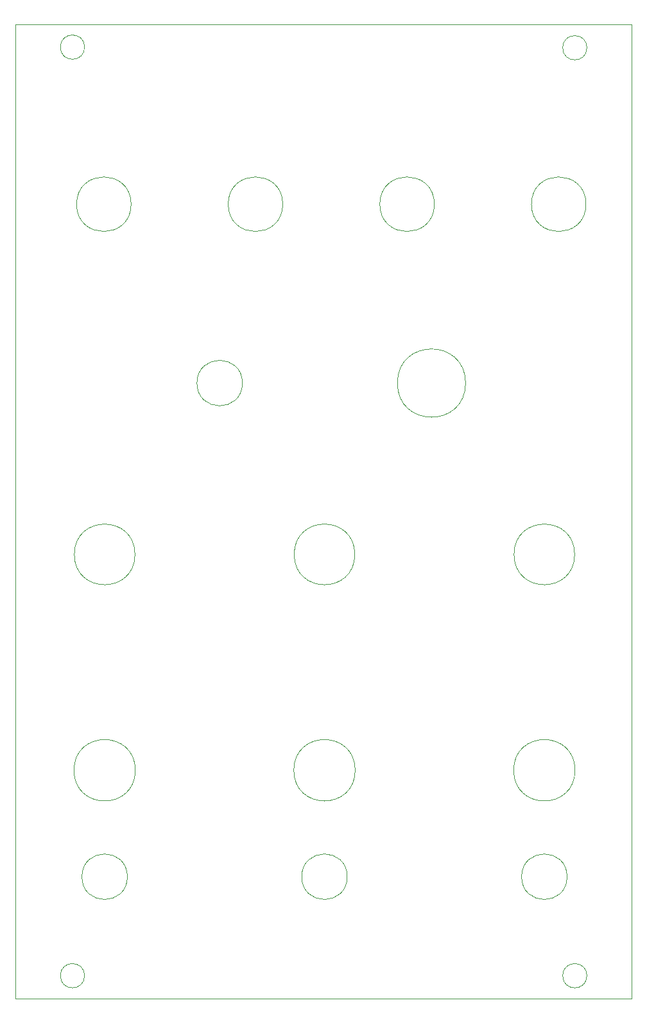
<source format=gm1>
%TF.GenerationSoftware,KiCad,Pcbnew,(5.1.12)-1*%
%TF.CreationDate,2021-11-26T16:38:54-08:00*%
%TF.ProjectId,ADSR Front Pannel,41445352-2046-4726-9f6e-742050616e6e,rev?*%
%TF.SameCoordinates,Original*%
%TF.FileFunction,Profile,NP*%
%FSLAX46Y46*%
G04 Gerber Fmt 4.6, Leading zero omitted, Abs format (unit mm)*
G04 Created by KiCad (PCBNEW (5.1.12)-1) date 2021-11-26 16:38:54*
%MOMM*%
%LPD*%
G01*
G04 APERTURE LIST*
%TA.AperFunction,Profile*%
%ADD10C,0.050000*%
%TD*%
G04 APERTURE END LIST*
D10*
X105244000Y-94722400D02*
G75*
G03*
X105244000Y-94722400I-4000000J0D01*
G01*
X76244000Y-94722400D02*
G75*
G03*
X76244000Y-94722400I-4000000J0D01*
G01*
X106740000Y-48520000D02*
G75*
G03*
X106740000Y-48520000I-3600000J0D01*
G01*
X86740000Y-48520000D02*
G75*
G03*
X86740000Y-48520000I-3600000J0D01*
G01*
X66740000Y-48520000D02*
G75*
G03*
X66740000Y-48520000I-3600000J0D01*
G01*
X47294000Y-123195800D02*
G75*
G03*
X47294000Y-123195800I-4050000J0D01*
G01*
X90860000Y-72116400D02*
G75*
G03*
X90860000Y-72116400I-4500000J0D01*
G01*
X61420000Y-72116400D02*
G75*
G03*
X61420000Y-72116400I-3000000J0D01*
G01*
X46740000Y-48520000D02*
G75*
G03*
X46740000Y-48520000I-3600000J0D01*
G01*
X76294000Y-123195800D02*
G75*
G03*
X76294000Y-123195800I-4050000J0D01*
G01*
X105294000Y-123195800D02*
G75*
G03*
X105294000Y-123195800I-4050000J0D01*
G01*
X47244000Y-94722400D02*
G75*
G03*
X47244000Y-94722400I-4000000J0D01*
G01*
X46244000Y-137242000D02*
G75*
G03*
X46244000Y-137242000I-3000000J0D01*
G01*
X104244000Y-137242000D02*
G75*
G03*
X104244000Y-137242000I-3000000J0D01*
G01*
X75244000Y-137242000D02*
G75*
G03*
X75244000Y-137242000I-3000000J0D01*
G01*
X106860000Y-27880000D02*
G75*
G03*
X106860000Y-27880000I-1600000J0D01*
G01*
X40600000Y-27800000D02*
G75*
G03*
X40600000Y-27800000I-1600000J0D01*
G01*
X40600000Y-150300000D02*
G75*
G03*
X40600000Y-150300000I-1600000J0D01*
G01*
X106860000Y-150300000D02*
G75*
G03*
X106860000Y-150300000I-1600000J0D01*
G01*
X31500000Y-24800000D02*
X31500000Y-153300000D01*
X112780000Y-24800000D02*
X112780000Y-153300000D01*
X31500000Y-153300000D02*
X112780000Y-153300000D01*
X31500000Y-24800000D02*
X112780000Y-24800000D01*
M02*

</source>
